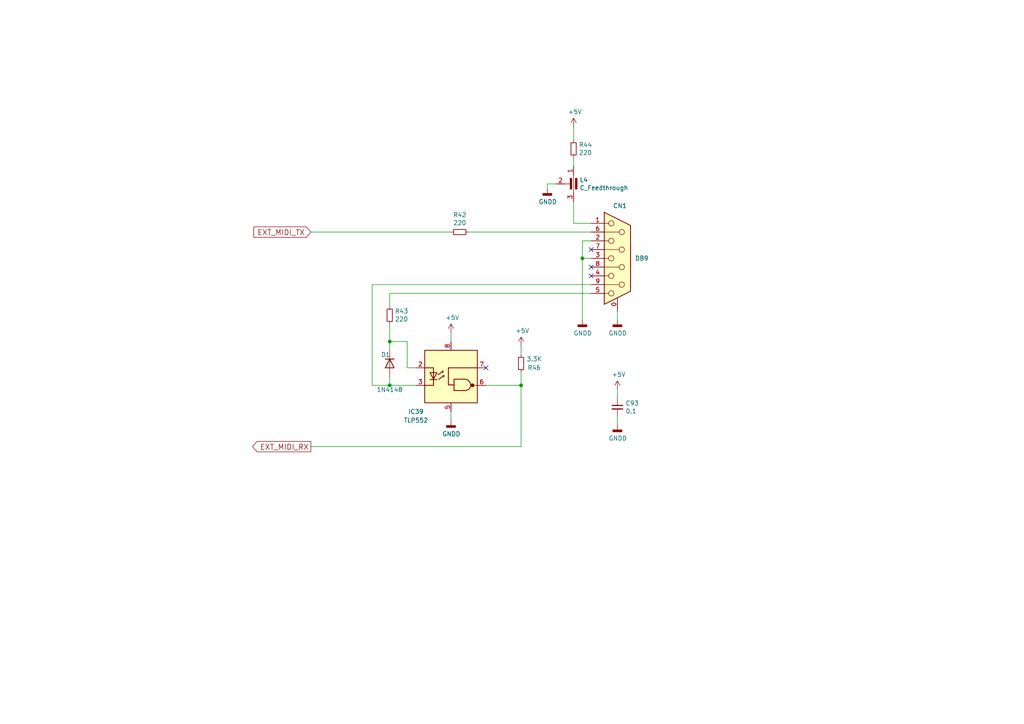
<source format=kicad_sch>
(kicad_sch (version 20211123) (generator eeschema)

  (uuid 1b27d1c8-f65f-4837-ac2a-4472d56cd4ff)

  (paper "A4")

  (title_block
    (title "LAPC-I Clone")
  )

  (lib_symbols
    (symbol "Connector:DB9_Female_MountingHoles" (pin_names (offset 1.016) hide) (in_bom yes) (on_board yes)
      (property "Reference" "J" (id 0) (at 0 16.51 0)
        (effects (font (size 1.27 1.27)))
      )
      (property "Value" "DB9_Female_MountingHoles" (id 1) (at 0 14.605 0)
        (effects (font (size 1.27 1.27)))
      )
      (property "Footprint" "" (id 2) (at 0 0 0)
        (effects (font (size 1.27 1.27)) hide)
      )
      (property "Datasheet" " ~" (id 3) (at 0 0 0)
        (effects (font (size 1.27 1.27)) hide)
      )
      (property "ki_keywords" "connector female D-SUB" (id 4) (at 0 0 0)
        (effects (font (size 1.27 1.27)) hide)
      )
      (property "ki_description" "9-pin female D-SUB connector, Mounting Hole" (id 5) (at 0 0 0)
        (effects (font (size 1.27 1.27)) hide)
      )
      (property "ki_fp_filters" "DSUB*Female*" (id 6) (at 0 0 0)
        (effects (font (size 1.27 1.27)) hide)
      )
      (symbol "DB9_Female_MountingHoles_0_1"
        (circle (center -1.778 -10.16) (radius 0.762)
          (stroke (width 0) (type default) (color 0 0 0 0))
          (fill (type none))
        )
        (circle (center -1.778 -5.08) (radius 0.762)
          (stroke (width 0) (type default) (color 0 0 0 0))
          (fill (type none))
        )
        (circle (center -1.778 0) (radius 0.762)
          (stroke (width 0) (type default) (color 0 0 0 0))
          (fill (type none))
        )
        (circle (center -1.778 5.08) (radius 0.762)
          (stroke (width 0) (type default) (color 0 0 0 0))
          (fill (type none))
        )
        (circle (center -1.778 10.16) (radius 0.762)
          (stroke (width 0) (type default) (color 0 0 0 0))
          (fill (type none))
        )
        (polyline
          (pts
            (xy -3.81 -10.16)
            (xy -2.54 -10.16)
          )
          (stroke (width 0) (type default) (color 0 0 0 0))
          (fill (type none))
        )
        (polyline
          (pts
            (xy -3.81 -7.62)
            (xy 0.508 -7.62)
          )
          (stroke (width 0) (type default) (color 0 0 0 0))
          (fill (type none))
        )
        (polyline
          (pts
            (xy -3.81 -5.08)
            (xy -2.54 -5.08)
          )
          (stroke (width 0) (type default) (color 0 0 0 0))
          (fill (type none))
        )
        (polyline
          (pts
            (xy -3.81 -2.54)
            (xy 0.508 -2.54)
          )
          (stroke (width 0) (type default) (color 0 0 0 0))
          (fill (type none))
        )
        (polyline
          (pts
            (xy -3.81 0)
            (xy -2.54 0)
          )
          (stroke (width 0) (type default) (color 0 0 0 0))
          (fill (type none))
        )
        (polyline
          (pts
            (xy -3.81 2.54)
            (xy 0.508 2.54)
          )
          (stroke (width 0) (type default) (color 0 0 0 0))
          (fill (type none))
        )
        (polyline
          (pts
            (xy -3.81 5.08)
            (xy -2.54 5.08)
          )
          (stroke (width 0) (type default) (color 0 0 0 0))
          (fill (type none))
        )
        (polyline
          (pts
            (xy -3.81 7.62)
            (xy 0.508 7.62)
          )
          (stroke (width 0) (type default) (color 0 0 0 0))
          (fill (type none))
        )
        (polyline
          (pts
            (xy -3.81 10.16)
            (xy -2.54 10.16)
          )
          (stroke (width 0) (type default) (color 0 0 0 0))
          (fill (type none))
        )
        (polyline
          (pts
            (xy -3.81 13.335)
            (xy -3.81 -13.335)
            (xy 3.81 -9.525)
            (xy 3.81 9.525)
            (xy -3.81 13.335)
          )
          (stroke (width 0.254) (type default) (color 0 0 0 0))
          (fill (type background))
        )
        (circle (center 1.27 -7.62) (radius 0.762)
          (stroke (width 0) (type default) (color 0 0 0 0))
          (fill (type none))
        )
        (circle (center 1.27 -2.54) (radius 0.762)
          (stroke (width 0) (type default) (color 0 0 0 0))
          (fill (type none))
        )
        (circle (center 1.27 2.54) (radius 0.762)
          (stroke (width 0) (type default) (color 0 0 0 0))
          (fill (type none))
        )
        (circle (center 1.27 7.62) (radius 0.762)
          (stroke (width 0) (type default) (color 0 0 0 0))
          (fill (type none))
        )
      )
      (symbol "DB9_Female_MountingHoles_1_1"
        (pin passive line (at 0 -15.24 90) (length 3.81)
          (name "PAD" (effects (font (size 1.27 1.27))))
          (number "0" (effects (font (size 1.27 1.27))))
        )
        (pin passive line (at -7.62 10.16 0) (length 3.81)
          (name "1" (effects (font (size 1.27 1.27))))
          (number "1" (effects (font (size 1.27 1.27))))
        )
        (pin passive line (at -7.62 5.08 0) (length 3.81)
          (name "2" (effects (font (size 1.27 1.27))))
          (number "2" (effects (font (size 1.27 1.27))))
        )
        (pin passive line (at -7.62 0 0) (length 3.81)
          (name "3" (effects (font (size 1.27 1.27))))
          (number "3" (effects (font (size 1.27 1.27))))
        )
        (pin passive line (at -7.62 -5.08 0) (length 3.81)
          (name "4" (effects (font (size 1.27 1.27))))
          (number "4" (effects (font (size 1.27 1.27))))
        )
        (pin passive line (at -7.62 -10.16 0) (length 3.81)
          (name "5" (effects (font (size 1.27 1.27))))
          (number "5" (effects (font (size 1.27 1.27))))
        )
        (pin passive line (at -7.62 7.62 0) (length 3.81)
          (name "6" (effects (font (size 1.27 1.27))))
          (number "6" (effects (font (size 1.27 1.27))))
        )
        (pin passive line (at -7.62 2.54 0) (length 3.81)
          (name "7" (effects (font (size 1.27 1.27))))
          (number "7" (effects (font (size 1.27 1.27))))
        )
        (pin passive line (at -7.62 -2.54 0) (length 3.81)
          (name "8" (effects (font (size 1.27 1.27))))
          (number "8" (effects (font (size 1.27 1.27))))
        )
        (pin passive line (at -7.62 -7.62 0) (length 3.81)
          (name "9" (effects (font (size 1.27 1.27))))
          (number "9" (effects (font (size 1.27 1.27))))
        )
      )
    )
    (symbol "Device:C_Feedthrough" (pin_names (offset 0.254) hide) (in_bom yes) (on_board yes)
      (property "Reference" "C" (id 0) (at 0 7.62 0)
        (effects (font (size 1.27 1.27)))
      )
      (property "Value" "C_Feedthrough" (id 1) (at 0 5.715 0)
        (effects (font (size 1.27 1.27)))
      )
      (property "Footprint" "" (id 2) (at 0 0 90)
        (effects (font (size 1.27 1.27)) hide)
      )
      (property "Datasheet" "~" (id 3) (at 0 0 90)
        (effects (font (size 1.27 1.27)) hide)
      )
      (property "ki_keywords" "EMI filter feedthrough capacitor" (id 4) (at 0 0 0)
        (effects (font (size 1.27 1.27)) hide)
      )
      (property "ki_description" "Feedthrough capacitor" (id 5) (at 0 0 0)
        (effects (font (size 1.27 1.27)) hide)
      )
      (symbol "C_Feedthrough_0_1"
        (rectangle (start -1.651 1.524) (end 1.524 2.032)
          (stroke (width 0) (type default) (color 0 0 0 0))
          (fill (type outline))
        )
        (polyline
          (pts
            (xy -2.54 2.54)
            (xy 2.54 2.54)
          )
          (stroke (width 0) (type default) (color 0 0 0 0))
          (fill (type none))
        )
        (polyline
          (pts
            (xy 0 0)
            (xy 0 1.778)
          )
          (stroke (width 0) (type default) (color 0 0 0 0))
          (fill (type none))
        )
        (rectangle (start 1.524 3.048) (end -1.651 3.556)
          (stroke (width 0) (type default) (color 0 0 0 0))
          (fill (type outline))
        )
      )
      (symbol "C_Feedthrough_1_1"
        (pin passive line (at -5.08 2.54 0) (length 2.54)
          (name "1" (effects (font (size 1.27 1.27))))
          (number "1" (effects (font (size 1.27 1.27))))
        )
        (pin passive line (at 0 -2.54 90) (length 2.54)
          (name "2" (effects (font (size 1.27 1.27))))
          (number "2" (effects (font (size 1.27 1.27))))
        )
        (pin passive line (at 5.08 2.54 180) (length 2.54)
          (name "3" (effects (font (size 1.27 1.27))))
          (number "3" (effects (font (size 1.27 1.27))))
        )
      )
    )
    (symbol "Device:C_Small" (pin_numbers hide) (pin_names (offset 0.254) hide) (in_bom yes) (on_board yes)
      (property "Reference" "C" (id 0) (at 0.254 1.778 0)
        (effects (font (size 1.27 1.27)) (justify left))
      )
      (property "Value" "C_Small" (id 1) (at 0.254 -2.032 0)
        (effects (font (size 1.27 1.27)) (justify left))
      )
      (property "Footprint" "" (id 2) (at 0 0 0)
        (effects (font (size 1.27 1.27)) hide)
      )
      (property "Datasheet" "~" (id 3) (at 0 0 0)
        (effects (font (size 1.27 1.27)) hide)
      )
      (property "ki_keywords" "capacitor cap" (id 4) (at 0 0 0)
        (effects (font (size 1.27 1.27)) hide)
      )
      (property "ki_description" "Unpolarized capacitor, small symbol" (id 5) (at 0 0 0)
        (effects (font (size 1.27 1.27)) hide)
      )
      (property "ki_fp_filters" "C_*" (id 6) (at 0 0 0)
        (effects (font (size 1.27 1.27)) hide)
      )
      (symbol "C_Small_0_1"
        (polyline
          (pts
            (xy -1.524 -0.508)
            (xy 1.524 -0.508)
          )
          (stroke (width 0.3302) (type default) (color 0 0 0 0))
          (fill (type none))
        )
        (polyline
          (pts
            (xy -1.524 0.508)
            (xy 1.524 0.508)
          )
          (stroke (width 0.3048) (type default) (color 0 0 0 0))
          (fill (type none))
        )
      )
      (symbol "C_Small_1_1"
        (pin passive line (at 0 2.54 270) (length 2.032)
          (name "~" (effects (font (size 1.27 1.27))))
          (number "1" (effects (font (size 1.27 1.27))))
        )
        (pin passive line (at 0 -2.54 90) (length 2.032)
          (name "~" (effects (font (size 1.27 1.27))))
          (number "2" (effects (font (size 1.27 1.27))))
        )
      )
    )
    (symbol "Device:R_Small" (pin_numbers hide) (pin_names (offset 0.254) hide) (in_bom yes) (on_board yes)
      (property "Reference" "R" (id 0) (at 0.762 0.508 0)
        (effects (font (size 1.27 1.27)) (justify left))
      )
      (property "Value" "R_Small" (id 1) (at 0.762 -1.016 0)
        (effects (font (size 1.27 1.27)) (justify left))
      )
      (property "Footprint" "" (id 2) (at 0 0 0)
        (effects (font (size 1.27 1.27)) hide)
      )
      (property "Datasheet" "~" (id 3) (at 0 0 0)
        (effects (font (size 1.27 1.27)) hide)
      )
      (property "ki_keywords" "R resistor" (id 4) (at 0 0 0)
        (effects (font (size 1.27 1.27)) hide)
      )
      (property "ki_description" "Resistor, small symbol" (id 5) (at 0 0 0)
        (effects (font (size 1.27 1.27)) hide)
      )
      (property "ki_fp_filters" "R_*" (id 6) (at 0 0 0)
        (effects (font (size 1.27 1.27)) hide)
      )
      (symbol "R_Small_0_1"
        (rectangle (start -0.762 1.778) (end 0.762 -1.778)
          (stroke (width 0.2032) (type default) (color 0 0 0 0))
          (fill (type none))
        )
      )
      (symbol "R_Small_1_1"
        (pin passive line (at 0 2.54 270) (length 0.762)
          (name "~" (effects (font (size 1.27 1.27))))
          (number "1" (effects (font (size 1.27 1.27))))
        )
        (pin passive line (at 0 -2.54 90) (length 0.762)
          (name "~" (effects (font (size 1.27 1.27))))
          (number "2" (effects (font (size 1.27 1.27))))
        )
      )
    )
    (symbol "Diode:1N4148" (pin_numbers hide) (pin_names (offset 1.016) hide) (in_bom yes) (on_board yes)
      (property "Reference" "D" (id 0) (at 0 2.54 0)
        (effects (font (size 1.27 1.27)))
      )
      (property "Value" "1N4148" (id 1) (at 0 -2.54 0)
        (effects (font (size 1.27 1.27)))
      )
      (property "Footprint" "Diode_THT:D_DO-35_SOD27_P7.62mm_Horizontal" (id 2) (at 0 -4.445 0)
        (effects (font (size 1.27 1.27)) hide)
      )
      (property "Datasheet" "https://assets.nexperia.com/documents/data-sheet/1N4148_1N4448.pdf" (id 3) (at 0 0 0)
        (effects (font (size 1.27 1.27)) hide)
      )
      (property "ki_keywords" "diode" (id 4) (at 0 0 0)
        (effects (font (size 1.27 1.27)) hide)
      )
      (property "ki_description" "100V 0.15A standard switching diode, DO-35" (id 5) (at 0 0 0)
        (effects (font (size 1.27 1.27)) hide)
      )
      (property "ki_fp_filters" "D*DO?35*" (id 6) (at 0 0 0)
        (effects (font (size 1.27 1.27)) hide)
      )
      (symbol "1N4148_0_1"
        (polyline
          (pts
            (xy -1.27 1.27)
            (xy -1.27 -1.27)
          )
          (stroke (width 0.254) (type default) (color 0 0 0 0))
          (fill (type none))
        )
        (polyline
          (pts
            (xy 1.27 0)
            (xy -1.27 0)
          )
          (stroke (width 0) (type default) (color 0 0 0 0))
          (fill (type none))
        )
        (polyline
          (pts
            (xy 1.27 1.27)
            (xy 1.27 -1.27)
            (xy -1.27 0)
            (xy 1.27 1.27)
          )
          (stroke (width 0.254) (type default) (color 0 0 0 0))
          (fill (type none))
        )
      )
      (symbol "1N4148_1_1"
        (pin passive line (at -3.81 0 0) (length 2.54)
          (name "K" (effects (font (size 1.27 1.27))))
          (number "1" (effects (font (size 1.27 1.27))))
        )
        (pin passive line (at 3.81 0 180) (length 2.54)
          (name "A" (effects (font (size 1.27 1.27))))
          (number "2" (effects (font (size 1.27 1.27))))
        )
      )
    )
    (symbol "lapci_clone:TLP552" (pin_names (offset 1.016) hide) (in_bom yes) (on_board yes)
      (property "Reference" "U" (id 0) (at -7.112 8.89 0)
        (effects (font (size 1.27 1.27)) (justify left))
      )
      (property "Value" "TLP552" (id 1) (at 1.016 9.144 0)
        (effects (font (size 1.27 1.27)) (justify left))
      )
      (property "Footprint" "Housings_DIP:DIP-8_W7.62mm" (id 2) (at -15.24 -12.7 0)
        (effects (font (size 1.27 1.27) italic) (justify left) hide)
      )
      (property "Datasheet" "" (id 3) (at -2.7432 0 0)
        (effects (font (size 1.27 1.27)) (justify left) hide)
      )
      (property "ki_fp_filters" "Housings*SOIC:SO*6L*10x3.84mm*Pitch1.27mm*" (id 4) (at 0 0 0)
        (effects (font (size 1.27 1.27)) hide)
      )
      (symbol "TLP552_0_1"
        (rectangle (start -7.62 7.62) (end 7.62 -7.62)
          (stroke (width 0.254) (type default) (color 0 0 0 0))
          (fill (type background))
        )
        (polyline
          (pts
            (xy -6.096 -0.889)
            (xy -4.064 -0.889)
          )
          (stroke (width 0.254) (type default) (color 0 0 0 0))
          (fill (type none))
        )
        (polyline
          (pts
            (xy -5.08 -1.27)
            (xy -5.08 -0.762)
          )
          (stroke (width 0.254) (type default) (color 0 0 0 0))
          (fill (type none))
        )
        (polyline
          (pts
            (xy -5.08 1.27)
            (xy -5.08 -0.762)
          )
          (stroke (width 0.254) (type default) (color 0 0 0 0))
          (fill (type none))
        )
        (polyline
          (pts
            (xy -3.81 0.508)
            (xy -2.286 1.524)
          )
          (stroke (width 0.254) (type default) (color 0 0 0 0))
          (fill (type none))
        )
        (polyline
          (pts
            (xy -3.556 -0.762)
            (xy -2.032 0.254)
          )
          (stroke (width 0.254) (type default) (color 0 0 0 0))
          (fill (type none))
        )
        (polyline
          (pts
            (xy -2.286 1.524)
            (xy -2.5908 1.5748)
          )
          (stroke (width 0.254) (type default) (color 0 0 0 0))
          (fill (type none))
        )
        (polyline
          (pts
            (xy -2.286 1.524)
            (xy -2.3876 1.1684)
          )
          (stroke (width 0.254) (type default) (color 0 0 0 0))
          (fill (type none))
        )
        (polyline
          (pts
            (xy -2.032 0.254)
            (xy -2.3368 0.3048)
          )
          (stroke (width 0.254) (type default) (color 0 0 0 0))
          (fill (type none))
        )
        (polyline
          (pts
            (xy -2.032 0.254)
            (xy -2.1336 -0.1016)
          )
          (stroke (width 0.254) (type default) (color 0 0 0 0))
          (fill (type none))
        )
        (polyline
          (pts
            (xy 6.35 -2.54)
            (xy 7.62 -2.54)
          )
          (stroke (width 0) (type default) (color 0 0 0 0))
          (fill (type none))
        )
        (polyline
          (pts
            (xy -7.62 -2.54)
            (xy -5.08 -2.54)
            (xy -5.08 -1.27)
          )
          (stroke (width 0.254) (type default) (color 0 0 0 0))
          (fill (type none))
        )
        (polyline
          (pts
            (xy -5.08 1.27)
            (xy -5.08 2.54)
            (xy -7.62 2.54)
          )
          (stroke (width 0.254) (type default) (color 0 0 0 0))
          (fill (type none))
        )
        (polyline
          (pts
            (xy -6.096 1.143)
            (xy -4.064 1.143)
            (xy -5.08 -0.762)
            (xy -6.096 1.143)
          )
          (stroke (width 0.254) (type default) (color 0 0 0 0))
          (fill (type none))
        )
        (polyline
          (pts
            (xy 3.937 -0.762)
            (xy 0.889 -0.762)
            (xy 0.889 -4.064)
            (xy 3.937 -4.064)
          )
          (stroke (width 0.254) (type default) (color 0 0 0 0))
          (fill (type none))
        )
        (polyline
          (pts
            (xy 7.62 2.54)
            (xy -0.762 2.54)
            (xy -0.762 -2.413)
            (xy 0.889 -2.413)
          )
          (stroke (width 0.254) (type default) (color 0 0 0 0))
          (fill (type none))
        )
        (arc (start 3.937 -4.064) (mid 5.1416 -3.6702) (end 5.715 -2.54)
          (stroke (width 0.254) (type default) (color 0 0 0 0))
          (fill (type none))
        )
        (arc (start 5.715 -2.54) (mid 5.1889 -1.2881) (end 3.937 -0.762)
          (stroke (width 0.254) (type default) (color 0 0 0 0))
          (fill (type none))
        )
        (circle (center 6.223 -2.54) (radius 0.4572)
          (stroke (width 0) (type default) (color 0 0 0 0))
          (fill (type outline))
        )
      )
      (symbol "TLP552_1_1"
        (pin no_connect line (at -10.16 5.08 0) (length 2.54) hide
          (name "NC" (effects (font (size 1.27 1.27))))
          (number "1" (effects (font (size 1.27 1.27))))
        )
        (pin passive line (at -10.16 2.54 0) (length 2.54)
          (name "A" (effects (font (size 1.27 1.27))))
          (number "2" (effects (font (size 1.27 1.27))))
        )
        (pin passive line (at -10.16 -2.54 0) (length 2.54)
          (name "K" (effects (font (size 1.27 1.27))))
          (number "3" (effects (font (size 1.27 1.27))))
        )
        (pin no_connect line (at -10.16 -5.08 0) (length 2.54) hide
          (name "NC" (effects (font (size 1.27 1.27))))
          (number "4" (effects (font (size 1.27 1.27))))
        )
        (pin power_in line (at 0 -10.16 90) (length 2.54)
          (name "GND" (effects (font (size 1.27 1.27))))
          (number "5" (effects (font (size 1.27 1.27))))
        )
        (pin output line (at 10.16 -2.54 180) (length 2.54)
          (name "O" (effects (font (size 1.27 1.27))))
          (number "6" (effects (font (size 1.27 1.27))))
        )
        (pin input line (at 10.16 2.54 180) (length 2.54)
          (name "E" (effects (font (size 1.27 1.27))))
          (number "7" (effects (font (size 1.27 1.27))))
        )
        (pin power_in line (at 0 10.16 270) (length 2.54)
          (name "VCC" (effects (font (size 1.27 1.27))))
          (number "8" (effects (font (size 1.27 1.27))))
        )
      )
    )
    (symbol "power:+5V" (power) (pin_names (offset 0)) (in_bom yes) (on_board yes)
      (property "Reference" "#PWR" (id 0) (at 0 -3.81 0)
        (effects (font (size 1.27 1.27)) hide)
      )
      (property "Value" "+5V" (id 1) (at 0 3.556 0)
        (effects (font (size 1.27 1.27)))
      )
      (property "Footprint" "" (id 2) (at 0 0 0)
        (effects (font (size 1.27 1.27)) hide)
      )
      (property "Datasheet" "" (id 3) (at 0 0 0)
        (effects (font (size 1.27 1.27)) hide)
      )
      (property "ki_keywords" "power-flag" (id 4) (at 0 0 0)
        (effects (font (size 1.27 1.27)) hide)
      )
      (property "ki_description" "Power symbol creates a global label with name \"+5V\"" (id 5) (at 0 0 0)
        (effects (font (size 1.27 1.27)) hide)
      )
      (symbol "+5V_0_1"
        (polyline
          (pts
            (xy -0.762 1.27)
            (xy 0 2.54)
          )
          (stroke (width 0) (type default) (color 0 0 0 0))
          (fill (type none))
        )
        (polyline
          (pts
            (xy 0 0)
            (xy 0 2.54)
          )
          (stroke (width 0) (type default) (color 0 0 0 0))
          (fill (type none))
        )
        (polyline
          (pts
            (xy 0 2.54)
            (xy 0.762 1.27)
          )
          (stroke (width 0) (type default) (color 0 0 0 0))
          (fill (type none))
        )
      )
      (symbol "+5V_1_1"
        (pin power_in line (at 0 0 90) (length 0) hide
          (name "+5V" (effects (font (size 1.27 1.27))))
          (number "1" (effects (font (size 1.27 1.27))))
        )
      )
    )
    (symbol "power:GNDD" (power) (pin_names (offset 0)) (in_bom yes) (on_board yes)
      (property "Reference" "#PWR" (id 0) (at 0 -6.35 0)
        (effects (font (size 1.27 1.27)) hide)
      )
      (property "Value" "GNDD" (id 1) (at 0 -3.175 0)
        (effects (font (size 1.27 1.27)))
      )
      (property "Footprint" "" (id 2) (at 0 0 0)
        (effects (font (size 1.27 1.27)) hide)
      )
      (property "Datasheet" "" (id 3) (at 0 0 0)
        (effects (font (size 1.27 1.27)) hide)
      )
      (property "ki_keywords" "power-flag" (id 4) (at 0 0 0)
        (effects (font (size 1.27 1.27)) hide)
      )
      (property "ki_description" "Power symbol creates a global label with name \"GNDD\" , digital ground" (id 5) (at 0 0 0)
        (effects (font (size 1.27 1.27)) hide)
      )
      (symbol "GNDD_0_1"
        (rectangle (start -1.27 -1.524) (end 1.27 -2.032)
          (stroke (width 0.254) (type default) (color 0 0 0 0))
          (fill (type outline))
        )
        (polyline
          (pts
            (xy 0 0)
            (xy 0 -1.524)
          )
          (stroke (width 0) (type default) (color 0 0 0 0))
          (fill (type none))
        )
      )
      (symbol "GNDD_1_1"
        (pin power_in line (at 0 0 270) (length 0) hide
          (name "GNDD" (effects (font (size 1.27 1.27))))
          (number "1" (effects (font (size 1.27 1.27))))
        )
      )
    )
  )

  (junction (at 113.03 111.76) (diameter 0) (color 0 0 0 0)
    (uuid 09ab9b2a-26ef-4942-ba61-f8a6673867aa)
  )
  (junction (at 151.13 111.76) (diameter 0) (color 0 0 0 0)
    (uuid 4cdd8415-dbde-4f4a-9692-de5bfb341275)
  )
  (junction (at 113.03 99.06) (diameter 0) (color 0 0 0 0)
    (uuid 5dfa8f9a-6e69-407d-b1ae-eb50492ca459)
  )
  (junction (at 168.91 74.93) (diameter 0) (color 0 0 0 0)
    (uuid debb48c2-0606-4abf-b967-c5cd55bd0d6c)
  )

  (no_connect (at 171.45 80.01) (uuid 4821a0f1-0757-49b5-bc91-a0ccf3e9f548))
  (no_connect (at 171.45 77.47) (uuid 87098d73-0d35-4a8f-aa7f-ade9272dc761))
  (no_connect (at 140.97 106.68) (uuid a5c7f988-1d57-48d4-82d1-1deaeac9e184))
  (no_connect (at 171.45 72.39) (uuid ae39d000-e1da-4f40-b995-9482be0f1de9))

  (wire (pts (xy 171.45 69.85) (xy 168.91 69.85))
    (stroke (width 0) (type default) (color 0 0 0 0))
    (uuid 0270c5c4-c68e-47b7-a6f1-50651981be2d)
  )
  (wire (pts (xy 130.81 96.52) (xy 130.81 99.06))
    (stroke (width 0) (type default) (color 0 0 0 0))
    (uuid 159574a9-ecec-48bb-adb0-3dc9e65d4e79)
  )
  (wire (pts (xy 113.03 99.06) (xy 113.03 101.6))
    (stroke (width 0) (type default) (color 0 0 0 0))
    (uuid 1d64fb24-a192-4276-96bc-30811b5dbebf)
  )
  (wire (pts (xy 90.17 129.54) (xy 151.13 129.54))
    (stroke (width 0) (type default) (color 0 0 0 0))
    (uuid 2923d83c-3334-4b85-acfa-e9f2eb6f5eb5)
  )
  (wire (pts (xy 179.07 90.17) (xy 179.07 92.71))
    (stroke (width 0) (type default) (color 0 0 0 0))
    (uuid 3487b883-d132-4810-af37-6ee3794b3652)
  )
  (wire (pts (xy 118.11 106.68) (xy 118.11 99.06))
    (stroke (width 0) (type default) (color 0 0 0 0))
    (uuid 36cd765a-f621-46fc-9b88-d90e333169eb)
  )
  (wire (pts (xy 135.89 67.31) (xy 171.45 67.31))
    (stroke (width 0) (type default) (color 0 0 0 0))
    (uuid 372eb80c-116e-4b19-abae-92abb6d35e81)
  )
  (wire (pts (xy 130.81 119.38) (xy 130.81 121.92))
    (stroke (width 0) (type default) (color 0 0 0 0))
    (uuid 4497622e-6a35-4d56-b145-e61873b6a125)
  )
  (wire (pts (xy 158.75 54.61) (xy 158.75 53.34))
    (stroke (width 0) (type default) (color 0 0 0 0))
    (uuid 4fbf7295-52ca-4bf6-b81b-f54f8903681f)
  )
  (wire (pts (xy 113.03 111.76) (xy 120.65 111.76))
    (stroke (width 0) (type default) (color 0 0 0 0))
    (uuid 50804f87-f832-4c63-a5a7-b7f94bf6665d)
  )
  (wire (pts (xy 179.07 113.03) (xy 179.07 115.57))
    (stroke (width 0) (type default) (color 0 0 0 0))
    (uuid 51957904-d257-41c5-8124-dcc959977230)
  )
  (wire (pts (xy 113.03 88.9) (xy 113.03 85.09))
    (stroke (width 0) (type default) (color 0 0 0 0))
    (uuid 5f3f0408-a3b0-4f22-91e2-9a024ab006ab)
  )
  (wire (pts (xy 171.45 82.55) (xy 107.95 82.55))
    (stroke (width 0) (type default) (color 0 0 0 0))
    (uuid 6f9df934-4054-4d8a-b681-1657a9279a59)
  )
  (wire (pts (xy 130.81 67.31) (xy 90.17 67.31))
    (stroke (width 0) (type default) (color 0 0 0 0))
    (uuid 73917165-0d82-4691-91ca-2eb1b8bbe05e)
  )
  (wire (pts (xy 107.95 82.55) (xy 107.95 111.76))
    (stroke (width 0) (type default) (color 0 0 0 0))
    (uuid 755ad553-6d1c-4617-8f56-6e9d2cd4d51f)
  )
  (wire (pts (xy 166.37 45.72) (xy 166.37 48.26))
    (stroke (width 0) (type default) (color 0 0 0 0))
    (uuid 8231f06e-2ee3-4905-af5e-c0d72e3085eb)
  )
  (wire (pts (xy 151.13 100.33) (xy 151.13 102.87))
    (stroke (width 0) (type default) (color 0 0 0 0))
    (uuid 82a9a530-e248-4dc9-896c-25f6d73fe113)
  )
  (wire (pts (xy 151.13 111.76) (xy 151.13 107.95))
    (stroke (width 0) (type default) (color 0 0 0 0))
    (uuid 87e4b1bb-0b21-4bc6-b11f-269a3347496b)
  )
  (wire (pts (xy 158.75 53.34) (xy 161.29 53.34))
    (stroke (width 0) (type default) (color 0 0 0 0))
    (uuid 98a311ac-38c5-418c-9c79-a5650558a468)
  )
  (wire (pts (xy 171.45 74.93) (xy 168.91 74.93))
    (stroke (width 0) (type default) (color 0 0 0 0))
    (uuid 9e50feee-fd1e-48c9-aa44-dd6062da7f84)
  )
  (wire (pts (xy 140.97 111.76) (xy 151.13 111.76))
    (stroke (width 0) (type default) (color 0 0 0 0))
    (uuid a1a89e2c-c297-4307-a1ff-efd1e2a95a5d)
  )
  (wire (pts (xy 166.37 40.64) (xy 166.37 36.83))
    (stroke (width 0) (type default) (color 0 0 0 0))
    (uuid a8f15f81-c64f-4a6a-8184-eabd4f5daa6f)
  )
  (wire (pts (xy 113.03 99.06) (xy 118.11 99.06))
    (stroke (width 0) (type default) (color 0 0 0 0))
    (uuid bc96b171-0e5f-4f36-b582-eb709cbba257)
  )
  (wire (pts (xy 168.91 69.85) (xy 168.91 74.93))
    (stroke (width 0) (type default) (color 0 0 0 0))
    (uuid bdd60e70-d069-432f-96bc-1e17050cb723)
  )
  (wire (pts (xy 168.91 74.93) (xy 168.91 92.71))
    (stroke (width 0) (type default) (color 0 0 0 0))
    (uuid c36de2cd-62e2-4141-94ed-8598a4021bc0)
  )
  (wire (pts (xy 113.03 93.98) (xy 113.03 99.06))
    (stroke (width 0) (type default) (color 0 0 0 0))
    (uuid cf4ac78b-a9ac-469c-829f-72c6f81e6f21)
  )
  (wire (pts (xy 179.07 120.65) (xy 179.07 123.19))
    (stroke (width 0) (type default) (color 0 0 0 0))
    (uuid d039718a-5f93-4d2d-b957-a40b11652989)
  )
  (wire (pts (xy 166.37 58.42) (xy 166.37 64.77))
    (stroke (width 0) (type default) (color 0 0 0 0))
    (uuid d98d557d-4f4f-49b3-9745-359bb04d0ef7)
  )
  (wire (pts (xy 120.65 106.68) (xy 118.11 106.68))
    (stroke (width 0) (type default) (color 0 0 0 0))
    (uuid dd9691e0-5bea-4f21-9741-4d29638cd32d)
  )
  (wire (pts (xy 151.13 111.76) (xy 151.13 129.54))
    (stroke (width 0) (type default) (color 0 0 0 0))
    (uuid e4da03fa-98df-4f6e-905c-6338b6b66b7e)
  )
  (wire (pts (xy 166.37 64.77) (xy 171.45 64.77))
    (stroke (width 0) (type default) (color 0 0 0 0))
    (uuid e93b4aa0-7fe2-4b97-9fb5-c5458e04e006)
  )
  (wire (pts (xy 113.03 109.22) (xy 113.03 111.76))
    (stroke (width 0) (type default) (color 0 0 0 0))
    (uuid fb847691-a236-48f0-9f44-65a418dab540)
  )
  (wire (pts (xy 113.03 85.09) (xy 171.45 85.09))
    (stroke (width 0) (type default) (color 0 0 0 0))
    (uuid fc98aaf7-0aba-4c7e-a96d-56e31c31a588)
  )
  (wire (pts (xy 107.95 111.76) (xy 113.03 111.76))
    (stroke (width 0) (type default) (color 0 0 0 0))
    (uuid ff355897-ead3-4120-8dcb-1bb00ca0370c)
  )

  (global_label "EXT_MIDI_RX" (shape output) (at 90.17 129.54 180) (fields_autoplaced)
    (effects (font (size 1.524 1.524)) (justify right))
    (uuid 79a5a253-5ade-4145-9002-16ea61146340)
    (property "Intersheet References" "${INTERSHEET_REFS}" (id 0) (at 0 0 0)
      (effects (font (size 1.27 1.27)) hide)
    )
  )
  (global_label "EXT_MIDI_TX" (shape input) (at 90.17 67.31 180) (fields_autoplaced)
    (effects (font (size 1.524 1.524)) (justify right))
    (uuid feb38b83-6d1c-4038-a568-147252bfbe12)
    (property "Intersheet References" "${INTERSHEET_REFS}" (id 0) (at 0 0 0)
      (effects (font (size 1.27 1.27)) hide)
    )
  )

  (symbol (lib_id "Connector:DB9_Female_MountingHoles") (at 179.07 74.93 0) (unit 1)
    (in_bom yes) (on_board yes)
    (uuid 00000000-0000-0000-0000-00005f0ca835)
    (property "Reference" "CN1" (id 0) (at 177.8 59.69 0)
      (effects (font (size 1.27 1.27)) (justify left))
    )
    (property "Value" "DB9" (id 1) (at 184.15 74.93 0)
      (effects (font (size 1.27 1.27)) (justify left))
    )
    (property "Footprint" "Connector_Dsub:DSUB-9_Female_Horizontal_P2.77x2.84mm_EdgePinOffset7.70mm_Housed_MountingHolesOffset9.12mm" (id 2) (at 179.07 74.93 0)
      (effects (font (size 1.27 1.27)) hide)
    )
    (property "Datasheet" " ~" (id 3) (at 179.07 74.93 0)
      (effects (font (size 1.27 1.27)) hide)
    )
    (pin "0" (uuid f20c280d-fe8d-4bcb-903b-faa489931f38))
    (pin "1" (uuid c689a66f-b11c-4ae1-b286-5175cdbd2711))
    (pin "2" (uuid 6c308c8b-0904-449a-9612-5d51cca11a5f))
    (pin "3" (uuid 6a494db2-679a-4f8e-b8ac-fcd9ccdecc31))
    (pin "4" (uuid 9c2ce6f4-fa1a-44f3-80b1-114171062b9b))
    (pin "5" (uuid 3f1eb594-1302-470d-be92-5e35cf4cdf82))
    (pin "6" (uuid 7c88108f-61a3-4329-b2c1-6da203a82c9d))
    (pin "7" (uuid 07b5618b-3fa4-46db-b525-a086c9b4f63c))
    (pin "8" (uuid b1e15b1b-ffe8-40ad-b14c-ead471621b2d))
    (pin "9" (uuid 2bc0644a-604c-4983-af57-47f63ee41f83))
  )

  (symbol (lib_id "Diode:1N4148") (at 113.03 105.41 90) (mirror x) (unit 1)
    (in_bom yes) (on_board yes)
    (uuid 00000000-0000-0000-0000-00005f0ca841)
    (property "Reference" "D1" (id 0) (at 110.49 102.87 90)
      (effects (font (size 1.27 1.27)) (justify right))
    )
    (property "Value" "1N4148" (id 1) (at 109.22 113.03 90)
      (effects (font (size 1.27 1.27)) (justify right))
    )
    (property "Footprint" "Diode_THT:D_DO-35_SOD27_P7.62mm_Horizontal" (id 2) (at 117.475 105.41 0)
      (effects (font (size 1.27 1.27)) hide)
    )
    (property "Datasheet" "https://assets.nexperia.com/documents/data-sheet/1N4148_1N4448.pdf" (id 3) (at 113.03 105.41 0)
      (effects (font (size 1.27 1.27)) hide)
    )
    (pin "1" (uuid fbad3f10-ab3f-4d70-89e7-f0377ce7f3e0))
    (pin "2" (uuid 37e748df-c7a7-4678-a791-898a11aa5837))
  )

  (symbol (lib_id "Device:R_Small") (at 166.37 43.18 0) (unit 1)
    (in_bom yes) (on_board yes)
    (uuid 00000000-0000-0000-0000-00005f0ca84d)
    (property "Reference" "R44" (id 0) (at 167.8686 42.0116 0)
      (effects (font (size 1.27 1.27)) (justify left))
    )
    (property "Value" "220" (id 1) (at 167.8686 44.323 0)
      (effects (font (size 1.27 1.27)) (justify left))
    )
    (property "Footprint" "Resistor_THT:R_Axial_DIN0207_L6.3mm_D2.5mm_P7.62mm_Horizontal" (id 2) (at 166.37 43.18 0)
      (effects (font (size 1.27 1.27)) hide)
    )
    (property "Datasheet" "~" (id 3) (at 166.37 43.18 0)
      (effects (font (size 1.27 1.27)) hide)
    )
    (pin "1" (uuid 940abb93-99c6-4c80-b8f4-7f34455192f5))
    (pin "2" (uuid b7ea3568-137e-4545-8b2b-a6ee589164df))
  )

  (symbol (lib_id "Device:R_Small") (at 151.13 105.41 180) (unit 1)
    (in_bom yes) (on_board yes)
    (uuid 00000000-0000-0000-0000-00005f0ca853)
    (property "Reference" "R46" (id 0) (at 154.94 106.68 0))
    (property "Value" "3.3K" (id 1) (at 154.94 104.14 0))
    (property "Footprint" "Resistor_THT:R_Axial_DIN0207_L6.3mm_D2.5mm_P7.62mm_Horizontal" (id 2) (at 151.13 105.41 0)
      (effects (font (size 1.27 1.27)) hide)
    )
    (property "Datasheet" "~" (id 3) (at 151.13 105.41 0)
      (effects (font (size 1.27 1.27)) hide)
    )
    (pin "1" (uuid 7b5a95bd-88f3-4596-a25d-088f949b5558))
    (pin "2" (uuid 437d105b-06fa-4b00-bd88-cd6425772457))
  )

  (symbol (lib_id "Device:R_Small") (at 113.03 91.44 0) (unit 1)
    (in_bom yes) (on_board yes)
    (uuid 00000000-0000-0000-0000-00005f0ca859)
    (property "Reference" "R43" (id 0) (at 114.5286 90.2716 0)
      (effects (font (size 1.27 1.27)) (justify left))
    )
    (property "Value" "220" (id 1) (at 114.5286 92.583 0)
      (effects (font (size 1.27 1.27)) (justify left))
    )
    (property "Footprint" "Resistor_THT:R_Axial_DIN0207_L6.3mm_D2.5mm_P7.62mm_Horizontal" (id 2) (at 113.03 91.44 0)
      (effects (font (size 1.27 1.27)) hide)
    )
    (property "Datasheet" "~" (id 3) (at 113.03 91.44 0)
      (effects (font (size 1.27 1.27)) hide)
    )
    (pin "1" (uuid 5a269cf3-5dfd-4ae8-bb23-4a579d804c6d))
    (pin "2" (uuid 3c744949-20c9-495f-819b-b231fc469afd))
  )

  (symbol (lib_id "Device:R_Small") (at 133.35 67.31 270) (unit 1)
    (in_bom yes) (on_board yes)
    (uuid 00000000-0000-0000-0000-00005f0ca85f)
    (property "Reference" "R42" (id 0) (at 133.35 62.3316 90))
    (property "Value" "220" (id 1) (at 133.35 64.643 90))
    (property "Footprint" "Resistor_THT:R_Axial_DIN0207_L6.3mm_D2.5mm_P7.62mm_Horizontal" (id 2) (at 133.35 67.31 0)
      (effects (font (size 1.27 1.27)) hide)
    )
    (property "Datasheet" "~" (id 3) (at 133.35 67.31 0)
      (effects (font (size 1.27 1.27)) hide)
    )
    (pin "1" (uuid daab5cff-b0ef-4c22-91c1-77c143752bc6))
    (pin "2" (uuid 774ee617-d106-4453-8f24-9a7825d0e73c))
  )

  (symbol (lib_id "Device:C_Small") (at 179.07 118.11 0) (unit 1)
    (in_bom yes) (on_board yes)
    (uuid 00000000-0000-0000-0000-00005f9edd53)
    (property "Reference" "C93" (id 0) (at 181.4068 116.9416 0)
      (effects (font (size 1.27 1.27)) (justify left))
    )
    (property "Value" "0.1" (id 1) (at 181.4068 119.253 0)
      (effects (font (size 1.27 1.27)) (justify left))
    )
    (property "Footprint" "Capacitor_THT:C_Disc_D6.0mm_W2.5mm_P5.00mm" (id 2) (at 179.07 118.11 0)
      (effects (font (size 1.27 1.27)) hide)
    )
    (property "Datasheet" "~" (id 3) (at 179.07 118.11 0)
      (effects (font (size 1.27 1.27)) hide)
    )
    (pin "1" (uuid 75745d4e-143d-4c0e-85bf-d4a43ed20556))
    (pin "2" (uuid 7cceef19-a581-47c5-9c46-18f515fcc737))
  )

  (symbol (lib_id "Device:C_Feedthrough") (at 163.83 53.34 270) (unit 1)
    (in_bom yes) (on_board yes)
    (uuid 00000000-0000-0000-0000-000060a84d9e)
    (property "Reference" "L4" (id 0) (at 168.0972 52.1716 90)
      (effects (font (size 1.27 1.27)) (justify left))
    )
    (property "Value" "C_Feedthrough" (id 1) (at 168.0972 54.483 90)
      (effects (font (size 1.27 1.27)) (justify left))
    )
    (property "Footprint" "lapci_clone:EMI_FILTER" (id 2) (at 163.83 53.34 90)
      (effects (font (size 1.27 1.27)) hide)
    )
    (property "Datasheet" "~" (id 3) (at 163.83 53.34 90)
      (effects (font (size 1.27 1.27)) hide)
    )
    (pin "1" (uuid c96b8196-ffad-4c2f-88ff-3caaa90df690))
    (pin "2" (uuid c3ace563-a15c-4758-acd6-49efd4d3fa11))
    (pin "3" (uuid 9ea22c32-83ab-4a20-a2e6-26acf984ba9a))
  )

  (symbol (lib_id "power:GNDD") (at 158.75 54.61 0) (unit 1)
    (in_bom yes) (on_board yes)
    (uuid 00000000-0000-0000-0000-000060a87c8a)
    (property "Reference" "#PWR0307" (id 0) (at 158.75 60.96 0)
      (effects (font (size 1.27 1.27)) hide)
    )
    (property "Value" "GNDD" (id 1) (at 158.8516 58.547 0))
    (property "Footprint" "" (id 2) (at 158.75 54.61 0)
      (effects (font (size 1.27 1.27)) hide)
    )
    (property "Datasheet" "" (id 3) (at 158.75 54.61 0)
      (effects (font (size 1.27 1.27)) hide)
    )
    (pin "1" (uuid 5f0bbb1b-072f-455a-b80b-371cb8f60edd))
  )

  (symbol (lib_id "lapci_clone:TLP552") (at 130.81 109.22 0) (unit 1)
    (in_bom yes) (on_board yes)
    (uuid 00000000-0000-0000-0000-000060bc79a9)
    (property "Reference" "IC39" (id 0) (at 120.65 119.38 0))
    (property "Value" "TLP552" (id 1) (at 120.65 121.92 0))
    (property "Footprint" "Package_DIP:DIP-8_W7.62mm" (id 2) (at 115.57 121.92 0)
      (effects (font (size 1.27 1.27) italic) (justify left) hide)
    )
    (property "Datasheet" "" (id 3) (at 128.0668 109.22 0)
      (effects (font (size 1.27 1.27)) (justify left) hide)
    )
    (pin "1" (uuid 0c9e8499-c47e-4636-a6bd-284851057772))
    (pin "2" (uuid 8d1e9f7e-d56d-499a-b443-f648043686a9))
    (pin "3" (uuid 03ffc0bb-61bd-4bcf-92b8-474057f1c181))
    (pin "4" (uuid 7e4983d2-ae67-4176-8657-952802e2bc33))
    (pin "5" (uuid 3c43057a-1e5f-43b9-8de6-b02531931111))
    (pin "6" (uuid 643e5e9d-e7cc-4400-9e5a-1bc880f2f0b1))
    (pin "7" (uuid 758b3caf-6c44-4663-9462-b047905ec334))
    (pin "8" (uuid 6cb3539d-4232-4169-84f9-c0f860de857a))
  )

  (symbol (lib_id "power:+5V") (at 130.81 96.52 0) (unit 1)
    (in_bom yes) (on_board yes)
    (uuid 00000000-0000-0000-0000-000060bd264e)
    (property "Reference" "#PWR0105" (id 0) (at 130.81 100.33 0)
      (effects (font (size 1.27 1.27)) hide)
    )
    (property "Value" "+5V" (id 1) (at 131.191 92.1258 0))
    (property "Footprint" "" (id 2) (at 130.81 96.52 0)
      (effects (font (size 1.27 1.27)) hide)
    )
    (property "Datasheet" "" (id 3) (at 130.81 96.52 0)
      (effects (font (size 1.27 1.27)) hide)
    )
    (pin "1" (uuid 8cb09afa-0f72-4059-b558-3b4de8731aa3))
  )

  (symbol (lib_id "power:+5V") (at 151.13 100.33 0) (unit 1)
    (in_bom yes) (on_board yes)
    (uuid 00000000-0000-0000-0000-000060bd9c04)
    (property "Reference" "#PWR0123" (id 0) (at 151.13 104.14 0)
      (effects (font (size 1.27 1.27)) hide)
    )
    (property "Value" "+5V" (id 1) (at 151.511 95.9358 0))
    (property "Footprint" "" (id 2) (at 151.13 100.33 0)
      (effects (font (size 1.27 1.27)) hide)
    )
    (property "Datasheet" "" (id 3) (at 151.13 100.33 0)
      (effects (font (size 1.27 1.27)) hide)
    )
    (pin "1" (uuid fc8bf2e7-3820-42eb-bd30-bb8e77e1dba4))
  )

  (symbol (lib_id "power:+5V") (at 179.07 113.03 0) (unit 1)
    (in_bom yes) (on_board yes)
    (uuid 00000000-0000-0000-0000-000060bdf7cb)
    (property "Reference" "#PWR0151" (id 0) (at 179.07 116.84 0)
      (effects (font (size 1.27 1.27)) hide)
    )
    (property "Value" "+5V" (id 1) (at 179.451 108.6358 0))
    (property "Footprint" "" (id 2) (at 179.07 113.03 0)
      (effects (font (size 1.27 1.27)) hide)
    )
    (property "Datasheet" "" (id 3) (at 179.07 113.03 0)
      (effects (font (size 1.27 1.27)) hide)
    )
    (pin "1" (uuid 6518414d-c336-4978-a2dc-8693701a3341))
  )

  (symbol (lib_id "power:GNDD") (at 130.81 121.92 0) (unit 1)
    (in_bom yes) (on_board yes)
    (uuid 00000000-0000-0000-0000-000060be29d5)
    (property "Reference" "#PWR0226" (id 0) (at 130.81 128.27 0)
      (effects (font (size 1.27 1.27)) hide)
    )
    (property "Value" "GNDD" (id 1) (at 130.9116 125.857 0))
    (property "Footprint" "" (id 2) (at 130.81 121.92 0)
      (effects (font (size 1.27 1.27)) hide)
    )
    (property "Datasheet" "" (id 3) (at 130.81 121.92 0)
      (effects (font (size 1.27 1.27)) hide)
    )
    (pin "1" (uuid 9cfad8de-7664-4423-a778-3824a8854282))
  )

  (symbol (lib_id "power:GNDD") (at 168.91 92.71 0) (unit 1)
    (in_bom yes) (on_board yes)
    (uuid 00000000-0000-0000-0000-000060be2da8)
    (property "Reference" "#PWR0227" (id 0) (at 168.91 99.06 0)
      (effects (font (size 1.27 1.27)) hide)
    )
    (property "Value" "GNDD" (id 1) (at 169.0116 96.647 0))
    (property "Footprint" "" (id 2) (at 168.91 92.71 0)
      (effects (font (size 1.27 1.27)) hide)
    )
    (property "Datasheet" "" (id 3) (at 168.91 92.71 0)
      (effects (font (size 1.27 1.27)) hide)
    )
    (pin "1" (uuid ffb251e0-34cf-498e-8f9a-b954cf6f7036))
  )

  (symbol (lib_id "power:GNDD") (at 179.07 92.71 0) (unit 1)
    (in_bom yes) (on_board yes)
    (uuid 00000000-0000-0000-0000-000060be3464)
    (property "Reference" "#PWR0228" (id 0) (at 179.07 99.06 0)
      (effects (font (size 1.27 1.27)) hide)
    )
    (property "Value" "GNDD" (id 1) (at 179.1716 96.647 0))
    (property "Footprint" "" (id 2) (at 179.07 92.71 0)
      (effects (font (size 1.27 1.27)) hide)
    )
    (property "Datasheet" "" (id 3) (at 179.07 92.71 0)
      (effects (font (size 1.27 1.27)) hide)
    )
    (pin "1" (uuid df3ef688-a72b-4500-9d9d-7f3fee6a3598))
  )

  (symbol (lib_id "power:GNDD") (at 179.07 123.19 0) (unit 1)
    (in_bom yes) (on_board yes)
    (uuid 00000000-0000-0000-0000-000060be3909)
    (property "Reference" "#PWR0229" (id 0) (at 179.07 129.54 0)
      (effects (font (size 1.27 1.27)) hide)
    )
    (property "Value" "GNDD" (id 1) (at 179.1716 127.127 0))
    (property "Footprint" "" (id 2) (at 179.07 123.19 0)
      (effects (font (size 1.27 1.27)) hide)
    )
    (property "Datasheet" "" (id 3) (at 179.07 123.19 0)
      (effects (font (size 1.27 1.27)) hide)
    )
    (pin "1" (uuid 6f6f07ef-62f9-4075-a195-f26c71ceb8b7))
  )

  (symbol (lib_id "power:+5V") (at 166.37 36.83 0) (unit 1)
    (in_bom yes) (on_board yes)
    (uuid 00000000-0000-0000-0000-000061eea98e)
    (property "Reference" "#PWR?" (id 0) (at 166.37 40.64 0)
      (effects (font (size 1.27 1.27)) hide)
    )
    (property "Value" "+5V" (id 1) (at 166.751 32.4358 0))
    (property "Footprint" "" (id 2) (at 166.37 36.83 0)
      (effects (font (size 1.27 1.27)) hide)
    )
    (property "Datasheet" "" (id 3) (at 166.37 36.83 0)
      (effects (font (size 1.27 1.27)) hide)
    )
    (pin "1" (uuid 64be834d-bdda-477a-95fc-3f098592acb4))
  )
)

</source>
